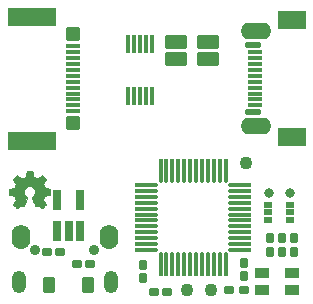
<source format=gbs>
%TF.GenerationSoftware,KiCad,Pcbnew,(6.0.10)*%
%TF.CreationDate,2023-02-04T16:55:40+01:00*%
%TF.ProjectId,twonkie,74776f6e-6b69-4652-9e6b-696361645f70,rev?*%
%TF.SameCoordinates,PX448d510PY20b3950*%
%TF.FileFunction,Soldermask,Bot*%
%TF.FilePolarity,Negative*%
%FSLAX46Y46*%
G04 Gerber Fmt 4.6, Leading zero omitted, Abs format (unit mm)*
G04 Created by KiCad (PCBNEW (6.0.10)) date 2023-02-04 16:55:40*
%MOMM*%
%LPD*%
G01*
G04 APERTURE LIST*
G04 Aperture macros list*
%AMRoundRect*
0 Rectangle with rounded corners*
0 $1 Rounding radius*
0 $2 $3 $4 $5 $6 $7 $8 $9 X,Y pos of 4 corners*
0 Add a 4 corners polygon primitive as box body*
4,1,4,$2,$3,$4,$5,$6,$7,$8,$9,$2,$3,0*
0 Add four circle primitives for the rounded corners*
1,1,$1+$1,$2,$3*
1,1,$1+$1,$4,$5*
1,1,$1+$1,$6,$7*
1,1,$1+$1,$8,$9*
0 Add four rect primitives between the rounded corners*
20,1,$1+$1,$2,$3,$4,$5,0*
20,1,$1+$1,$4,$5,$6,$7,0*
20,1,$1+$1,$6,$7,$8,$9,0*
20,1,$1+$1,$8,$9,$2,$3,0*%
G04 Aperture macros list end*
%ADD10C,0.002540*%
%ADD11O,0.901600X0.901600*%
%ADD12O,1.551600X2.101600*%
%ADD13O,1.251600X1.901600*%
%ADD14RoundRect,0.050800X0.625000X-0.205000X0.625000X0.205000X-0.625000X0.205000X-0.625000X-0.205000X0*%
%ADD15RoundRect,0.050800X0.500000X-0.130000X0.500000X0.130000X-0.500000X0.130000X-0.500000X-0.130000X0*%
%ADD16O,2.601600X1.401600*%
%ADD17RoundRect,0.050800X1.100000X-0.750000X1.100000X0.750000X-1.100000X0.750000X-1.100000X-0.750000X0*%
%ADD18RoundRect,0.050800X-0.500000X0.150000X-0.500000X-0.150000X0.500000X-0.150000X0.500000X0.150000X0*%
%ADD19RoundRect,0.050800X-0.500000X0.500000X-0.500000X-0.500000X0.500000X-0.500000X0.500000X0.500000X0*%
%ADD20RoundRect,0.050800X-2.000000X0.750000X-2.000000X-0.750000X2.000000X-0.750000X2.000000X0.750000X0*%
%ADD21C,0.801600*%
%ADD22RoundRect,0.113300X-0.062500X0.375000X-0.062500X-0.375000X0.062500X-0.375000X0.062500X0.375000X0*%
%ADD23RoundRect,0.125800X-0.075000X0.662500X-0.075000X-0.662500X0.075000X-0.662500X0.075000X0.662500X0*%
%ADD24RoundRect,0.125800X-0.662500X0.075000X-0.662500X-0.075000X0.662500X-0.075000X0.662500X0.075000X0*%
%ADD25RoundRect,0.113300X-0.375000X0.062500X-0.375000X-0.062500X0.375000X-0.062500X0.375000X0.062500X0*%
%ADD26RoundRect,0.210800X0.197500X0.160000X-0.197500X0.160000X-0.197500X-0.160000X0.197500X-0.160000X0*%
%ADD27RoundRect,0.050800X0.325000X-0.780000X0.325000X0.780000X-0.325000X0.780000X-0.325000X-0.780000X0*%
%ADD28C,1.101600*%
%ADD29RoundRect,0.205800X-0.155000X0.212500X-0.155000X-0.212500X0.155000X-0.212500X0.155000X0.212500X0*%
%ADD30RoundRect,0.205800X0.212500X0.155000X-0.212500X0.155000X-0.212500X-0.155000X0.212500X-0.155000X0*%
%ADD31RoundRect,0.050800X0.500000X0.400000X-0.500000X0.400000X-0.500000X-0.400000X0.500000X-0.400000X0*%
%ADD32RoundRect,0.050800X-0.450000X-0.600000X0.450000X-0.600000X0.450000X0.600000X-0.450000X0.600000X0*%
%ADD33RoundRect,0.125800X0.075000X-0.650000X0.075000X0.650000X-0.075000X0.650000X-0.075000X-0.650000X0*%
%ADD34RoundRect,0.210800X0.160000X-0.197500X0.160000X0.197500X-0.160000X0.197500X-0.160000X-0.197500X0*%
%ADD35RoundRect,0.210800X0.222500X0.160000X-0.222500X0.160000X-0.222500X-0.160000X0.222500X-0.160000X0*%
%ADD36RoundRect,0.205800X-0.212500X-0.155000X0.212500X-0.155000X0.212500X0.155000X-0.212500X0.155000X0*%
%ADD37RoundRect,0.050800X-0.325000X-0.200000X0.325000X-0.200000X0.325000X0.200000X-0.325000X0.200000X0*%
%ADD38RoundRect,0.050800X-0.875000X0.550000X-0.875000X-0.550000X0.875000X-0.550000X0.875000X0.550000X0*%
G04 APERTURE END LIST*
%TO.C,OSHW_LOGO*%
G36*
X2136140Y-14178280D02*
G01*
X2202180Y-14180820D01*
X2247900Y-14183360D01*
X2268220Y-14188440D01*
X2275840Y-14213840D01*
X2288540Y-14267180D01*
X2301240Y-14340840D01*
X2319020Y-14424660D01*
X2321560Y-14439900D01*
X2336800Y-14523720D01*
X2362200Y-14638020D01*
X2367280Y-14658340D01*
X2374900Y-14660880D01*
X2407920Y-14676120D01*
X2463800Y-14698980D01*
X2532380Y-14726920D01*
X2692400Y-14792960D01*
X2890520Y-14658340D01*
X2908300Y-14645640D01*
X2979420Y-14597380D01*
X3035300Y-14559280D01*
X3075940Y-14533880D01*
X3093720Y-14523720D01*
X3154680Y-14577060D01*
X3205480Y-14630400D01*
X3268980Y-14691360D01*
X3314700Y-14737080D01*
X3368040Y-14792960D01*
X3403600Y-14828520D01*
X3421380Y-14853920D01*
X3429000Y-14866620D01*
X3426460Y-14876780D01*
X3413760Y-14897100D01*
X3385820Y-14940280D01*
X3345180Y-14998700D01*
X3296920Y-15069820D01*
X3256280Y-15128240D01*
X3215640Y-15194280D01*
X3187700Y-15240000D01*
X3177540Y-15262860D01*
X3180080Y-15273020D01*
X3192780Y-15311120D01*
X3215640Y-15369540D01*
X3246120Y-15438120D01*
X3314700Y-15593060D01*
X3416300Y-15613380D01*
X3477260Y-15626080D01*
X3563620Y-15641320D01*
X3647440Y-15659100D01*
X3776980Y-15681960D01*
X3782060Y-16154400D01*
X3761740Y-16164560D01*
X3741420Y-16169640D01*
X3693160Y-16179800D01*
X3624580Y-16192500D01*
X3545840Y-16207740D01*
X3477260Y-16220440D01*
X3408680Y-16235680D01*
X3357880Y-16243300D01*
X3335020Y-16248380D01*
X3329940Y-16256000D01*
X3312160Y-16289020D01*
X3289300Y-16342360D01*
X3261360Y-16405860D01*
X3233420Y-16474440D01*
X3208020Y-16535400D01*
X3192780Y-16581120D01*
X3185160Y-16606520D01*
X3195320Y-16624300D01*
X3220720Y-16664940D01*
X3258820Y-16723360D01*
X3307080Y-16791940D01*
X3352800Y-16860520D01*
X3393440Y-16918940D01*
X3421380Y-16959580D01*
X3431540Y-16979900D01*
X3426460Y-16992600D01*
X3398520Y-17025620D01*
X3347720Y-17078960D01*
X3268980Y-17155160D01*
X3256280Y-17167860D01*
X3195320Y-17226280D01*
X3144520Y-17274540D01*
X3108960Y-17307560D01*
X3091180Y-17320260D01*
X3073400Y-17310100D01*
X3032760Y-17284700D01*
X2974340Y-17246600D01*
X2905760Y-17198340D01*
X2834640Y-17152620D01*
X2778760Y-17114520D01*
X2738120Y-17089120D01*
X2722880Y-17078960D01*
X2712720Y-17081500D01*
X2679700Y-17099280D01*
X2631440Y-17122140D01*
X2606040Y-17137380D01*
X2560320Y-17157700D01*
X2540000Y-17160240D01*
X2534920Y-17155160D01*
X2519680Y-17119600D01*
X2494280Y-17063720D01*
X2461260Y-16987520D01*
X2423160Y-16898620D01*
X2341880Y-16705580D01*
X2303780Y-16611600D01*
X2268220Y-16527780D01*
X2242820Y-16459200D01*
X2222500Y-16413480D01*
X2217420Y-16393160D01*
X2219960Y-16388080D01*
X2240280Y-16367760D01*
X2278380Y-16337280D01*
X2362200Y-16271240D01*
X2443480Y-16169640D01*
X2494280Y-16052800D01*
X2509520Y-15923260D01*
X2496820Y-15803880D01*
X2448560Y-15692120D01*
X2369820Y-15587980D01*
X2273300Y-15511780D01*
X2159000Y-15463520D01*
X2032000Y-15448280D01*
X1910080Y-15460980D01*
X1793240Y-15506700D01*
X1691640Y-15585440D01*
X1645920Y-15636240D01*
X1587500Y-15740380D01*
X1551940Y-15852140D01*
X1549400Y-15880080D01*
X1554480Y-16002000D01*
X1590040Y-16121380D01*
X1656080Y-16225520D01*
X1744980Y-16311880D01*
X1757680Y-16319500D01*
X1798320Y-16352520D01*
X1826260Y-16372840D01*
X1849120Y-16390620D01*
X1691640Y-16766540D01*
X1666240Y-16827500D01*
X1623060Y-16931640D01*
X1584960Y-17020540D01*
X1557020Y-17089120D01*
X1534160Y-17137380D01*
X1526540Y-17155160D01*
X1524000Y-17157700D01*
X1511300Y-17160240D01*
X1483360Y-17150080D01*
X1430020Y-17124680D01*
X1353820Y-17086580D01*
X1336040Y-17078960D01*
X1320800Y-17086580D01*
X1282700Y-17111980D01*
X1226820Y-17150080D01*
X1160780Y-17195800D01*
X1094740Y-17238980D01*
X1036320Y-17277080D01*
X993140Y-17305020D01*
X972820Y-17317720D01*
X970280Y-17317720D01*
X949960Y-17307560D01*
X916940Y-17277080D01*
X866140Y-17228820D01*
X792480Y-17157700D01*
X721360Y-17086580D01*
X673100Y-17035780D01*
X642620Y-17000220D01*
X629920Y-16982440D01*
X640080Y-16962120D01*
X668020Y-16918940D01*
X706120Y-16860520D01*
X754380Y-16789400D01*
X878840Y-16609060D01*
X810260Y-16436340D01*
X789940Y-16385540D01*
X762000Y-16322040D01*
X744220Y-16276320D01*
X734060Y-16256000D01*
X713740Y-16248380D01*
X668020Y-16238220D01*
X599440Y-16225520D01*
X518160Y-16210280D01*
X441960Y-16195040D01*
X370840Y-16182340D01*
X322580Y-16172180D01*
X299720Y-16167100D01*
X294640Y-16164560D01*
X289560Y-16154400D01*
X287020Y-16129000D01*
X284480Y-16088360D01*
X284480Y-15821660D01*
X287020Y-15748000D01*
X289560Y-15702280D01*
X292100Y-15681960D01*
X312420Y-15676880D01*
X363220Y-15666720D01*
X431800Y-15654020D01*
X515620Y-15638780D01*
X520700Y-15636240D01*
X604520Y-15621000D01*
X673100Y-15605760D01*
X721360Y-15595600D01*
X741680Y-15587980D01*
X746760Y-15582900D01*
X762000Y-15549880D01*
X787400Y-15499080D01*
X812800Y-15435580D01*
X840740Y-15372080D01*
X863600Y-15313660D01*
X878840Y-15270480D01*
X883920Y-15250160D01*
X871220Y-15229840D01*
X843280Y-15186660D01*
X802640Y-15128240D01*
X754380Y-15057120D01*
X751840Y-15052040D01*
X703580Y-14980920D01*
X665480Y-14922500D01*
X640080Y-14879320D01*
X629920Y-14861540D01*
X629920Y-14859000D01*
X645160Y-14838680D01*
X680720Y-14798040D01*
X731520Y-14744700D01*
X795020Y-14683740D01*
X881380Y-14597380D01*
X929640Y-14554200D01*
X957580Y-14531340D01*
X972820Y-14526260D01*
X993140Y-14538960D01*
X1038860Y-14569440D01*
X1097280Y-14610080D01*
X1168400Y-14658340D01*
X1173480Y-14660880D01*
X1244600Y-14709140D01*
X1303020Y-14747240D01*
X1343660Y-14775180D01*
X1361440Y-14785340D01*
X1363980Y-14785340D01*
X1391920Y-14777720D01*
X1442720Y-14759940D01*
X1503680Y-14737080D01*
X1569720Y-14711680D01*
X1628140Y-14686280D01*
X1671320Y-14665960D01*
X1691640Y-14653260D01*
X1694180Y-14653260D01*
X1699260Y-14627860D01*
X1711960Y-14574520D01*
X1727200Y-14503400D01*
X1742440Y-14417040D01*
X1744980Y-14404340D01*
X1762760Y-14320520D01*
X1775460Y-14251940D01*
X1785620Y-14203680D01*
X1790700Y-14183360D01*
X1800860Y-14180820D01*
X1841500Y-14178280D01*
X1905000Y-14178280D01*
X1981200Y-14175740D01*
X2057400Y-14175740D01*
X2136140Y-14178280D01*
G37*
D10*
X2136140Y-14178280D02*
X2202180Y-14180820D01*
X2247900Y-14183360D01*
X2268220Y-14188440D01*
X2275840Y-14213840D01*
X2288540Y-14267180D01*
X2301240Y-14340840D01*
X2319020Y-14424660D01*
X2321560Y-14439900D01*
X2336800Y-14523720D01*
X2362200Y-14638020D01*
X2367280Y-14658340D01*
X2374900Y-14660880D01*
X2407920Y-14676120D01*
X2463800Y-14698980D01*
X2532380Y-14726920D01*
X2692400Y-14792960D01*
X2890520Y-14658340D01*
X2908300Y-14645640D01*
X2979420Y-14597380D01*
X3035300Y-14559280D01*
X3075940Y-14533880D01*
X3093720Y-14523720D01*
X3154680Y-14577060D01*
X3205480Y-14630400D01*
X3268980Y-14691360D01*
X3314700Y-14737080D01*
X3368040Y-14792960D01*
X3403600Y-14828520D01*
X3421380Y-14853920D01*
X3429000Y-14866620D01*
X3426460Y-14876780D01*
X3413760Y-14897100D01*
X3385820Y-14940280D01*
X3345180Y-14998700D01*
X3296920Y-15069820D01*
X3256280Y-15128240D01*
X3215640Y-15194280D01*
X3187700Y-15240000D01*
X3177540Y-15262860D01*
X3180080Y-15273020D01*
X3192780Y-15311120D01*
X3215640Y-15369540D01*
X3246120Y-15438120D01*
X3314700Y-15593060D01*
X3416300Y-15613380D01*
X3477260Y-15626080D01*
X3563620Y-15641320D01*
X3647440Y-15659100D01*
X3776980Y-15681960D01*
X3782060Y-16154400D01*
X3761740Y-16164560D01*
X3741420Y-16169640D01*
X3693160Y-16179800D01*
X3624580Y-16192500D01*
X3545840Y-16207740D01*
X3477260Y-16220440D01*
X3408680Y-16235680D01*
X3357880Y-16243300D01*
X3335020Y-16248380D01*
X3329940Y-16256000D01*
X3312160Y-16289020D01*
X3289300Y-16342360D01*
X3261360Y-16405860D01*
X3233420Y-16474440D01*
X3208020Y-16535400D01*
X3192780Y-16581120D01*
X3185160Y-16606520D01*
X3195320Y-16624300D01*
X3220720Y-16664940D01*
X3258820Y-16723360D01*
X3307080Y-16791940D01*
X3352800Y-16860520D01*
X3393440Y-16918940D01*
X3421380Y-16959580D01*
X3431540Y-16979900D01*
X3426460Y-16992600D01*
X3398520Y-17025620D01*
X3347720Y-17078960D01*
X3268980Y-17155160D01*
X3256280Y-17167860D01*
X3195320Y-17226280D01*
X3144520Y-17274540D01*
X3108960Y-17307560D01*
X3091180Y-17320260D01*
X3073400Y-17310100D01*
X3032760Y-17284700D01*
X2974340Y-17246600D01*
X2905760Y-17198340D01*
X2834640Y-17152620D01*
X2778760Y-17114520D01*
X2738120Y-17089120D01*
X2722880Y-17078960D01*
X2712720Y-17081500D01*
X2679700Y-17099280D01*
X2631440Y-17122140D01*
X2606040Y-17137380D01*
X2560320Y-17157700D01*
X2540000Y-17160240D01*
X2534920Y-17155160D01*
X2519680Y-17119600D01*
X2494280Y-17063720D01*
X2461260Y-16987520D01*
X2423160Y-16898620D01*
X2341880Y-16705580D01*
X2303780Y-16611600D01*
X2268220Y-16527780D01*
X2242820Y-16459200D01*
X2222500Y-16413480D01*
X2217420Y-16393160D01*
X2219960Y-16388080D01*
X2240280Y-16367760D01*
X2278380Y-16337280D01*
X2362200Y-16271240D01*
X2443480Y-16169640D01*
X2494280Y-16052800D01*
X2509520Y-15923260D01*
X2496820Y-15803880D01*
X2448560Y-15692120D01*
X2369820Y-15587980D01*
X2273300Y-15511780D01*
X2159000Y-15463520D01*
X2032000Y-15448280D01*
X1910080Y-15460980D01*
X1793240Y-15506700D01*
X1691640Y-15585440D01*
X1645920Y-15636240D01*
X1587500Y-15740380D01*
X1551940Y-15852140D01*
X1549400Y-15880080D01*
X1554480Y-16002000D01*
X1590040Y-16121380D01*
X1656080Y-16225520D01*
X1744980Y-16311880D01*
X1757680Y-16319500D01*
X1798320Y-16352520D01*
X1826260Y-16372840D01*
X1849120Y-16390620D01*
X1691640Y-16766540D01*
X1666240Y-16827500D01*
X1623060Y-16931640D01*
X1584960Y-17020540D01*
X1557020Y-17089120D01*
X1534160Y-17137380D01*
X1526540Y-17155160D01*
X1524000Y-17157700D01*
X1511300Y-17160240D01*
X1483360Y-17150080D01*
X1430020Y-17124680D01*
X1353820Y-17086580D01*
X1336040Y-17078960D01*
X1320800Y-17086580D01*
X1282700Y-17111980D01*
X1226820Y-17150080D01*
X1160780Y-17195800D01*
X1094740Y-17238980D01*
X1036320Y-17277080D01*
X993140Y-17305020D01*
X972820Y-17317720D01*
X970280Y-17317720D01*
X949960Y-17307560D01*
X916940Y-17277080D01*
X866140Y-17228820D01*
X792480Y-17157700D01*
X721360Y-17086580D01*
X673100Y-17035780D01*
X642620Y-17000220D01*
X629920Y-16982440D01*
X640080Y-16962120D01*
X668020Y-16918940D01*
X706120Y-16860520D01*
X754380Y-16789400D01*
X878840Y-16609060D01*
X810260Y-16436340D01*
X789940Y-16385540D01*
X762000Y-16322040D01*
X744220Y-16276320D01*
X734060Y-16256000D01*
X713740Y-16248380D01*
X668020Y-16238220D01*
X599440Y-16225520D01*
X518160Y-16210280D01*
X441960Y-16195040D01*
X370840Y-16182340D01*
X322580Y-16172180D01*
X299720Y-16167100D01*
X294640Y-16164560D01*
X289560Y-16154400D01*
X287020Y-16129000D01*
X284480Y-16088360D01*
X284480Y-15821660D01*
X287020Y-15748000D01*
X289560Y-15702280D01*
X292100Y-15681960D01*
X312420Y-15676880D01*
X363220Y-15666720D01*
X431800Y-15654020D01*
X515620Y-15638780D01*
X520700Y-15636240D01*
X604520Y-15621000D01*
X673100Y-15605760D01*
X721360Y-15595600D01*
X741680Y-15587980D01*
X746760Y-15582900D01*
X762000Y-15549880D01*
X787400Y-15499080D01*
X812800Y-15435580D01*
X840740Y-15372080D01*
X863600Y-15313660D01*
X878840Y-15270480D01*
X883920Y-15250160D01*
X871220Y-15229840D01*
X843280Y-15186660D01*
X802640Y-15128240D01*
X754380Y-15057120D01*
X751840Y-15052040D01*
X703580Y-14980920D01*
X665480Y-14922500D01*
X640080Y-14879320D01*
X629920Y-14861540D01*
X629920Y-14859000D01*
X645160Y-14838680D01*
X680720Y-14798040D01*
X731520Y-14744700D01*
X795020Y-14683740D01*
X881380Y-14597380D01*
X929640Y-14554200D01*
X957580Y-14531340D01*
X972820Y-14526260D01*
X993140Y-14538960D01*
X1038860Y-14569440D01*
X1097280Y-14610080D01*
X1168400Y-14658340D01*
X1173480Y-14660880D01*
X1244600Y-14709140D01*
X1303020Y-14747240D01*
X1343660Y-14775180D01*
X1361440Y-14785340D01*
X1363980Y-14785340D01*
X1391920Y-14777720D01*
X1442720Y-14759940D01*
X1503680Y-14737080D01*
X1569720Y-14711680D01*
X1628140Y-14686280D01*
X1671320Y-14665960D01*
X1691640Y-14653260D01*
X1694180Y-14653260D01*
X1699260Y-14627860D01*
X1711960Y-14574520D01*
X1727200Y-14503400D01*
X1742440Y-14417040D01*
X1744980Y-14404340D01*
X1762760Y-14320520D01*
X1775460Y-14251940D01*
X1785620Y-14203680D01*
X1790700Y-14183360D01*
X1800860Y-14180820D01*
X1841500Y-14178280D01*
X1905000Y-14178280D01*
X1981200Y-14175740D01*
X2057400Y-14175740D01*
X2136140Y-14178280D01*
%TD*%
D11*
%TO.C,J3*%
X2529200Y-20840800D03*
X7529200Y-20840800D03*
D12*
X1304200Y-19790800D03*
D13*
X1154200Y-23590800D03*
X8904200Y-23590800D03*
D12*
X8754200Y-19790800D03*
%TD*%
D14*
%TO.C,J1*%
X20965000Y-9175000D03*
D15*
X21090000Y-8600000D03*
X21090000Y-8100000D03*
X21090000Y-7600000D03*
X21090000Y-7100000D03*
X21090000Y-6600000D03*
X21090000Y-6100000D03*
X21090000Y-5600000D03*
X21090000Y-5100000D03*
X21090000Y-4600000D03*
X21090000Y-4100000D03*
D14*
X20965000Y-3525000D03*
D16*
X21190000Y-10360000D03*
X21190000Y-2340000D03*
D17*
X24290000Y-11300000D03*
X24290000Y-1400000D03*
%TD*%
D18*
%TO.C,J2*%
X5675000Y-9100000D03*
X5675000Y-8600000D03*
X5675000Y-8100000D03*
X5675000Y-7600000D03*
X5675000Y-7100000D03*
X5675000Y-6600000D03*
X5675000Y-6100000D03*
X5675000Y-5600000D03*
X5675000Y-5100000D03*
X5675000Y-4600000D03*
X5675000Y-4100000D03*
X5675000Y-3600000D03*
D19*
X5675000Y-10100000D03*
X5675000Y-2600000D03*
D20*
X2215000Y-1100000D03*
X2215000Y-11600000D03*
%TD*%
D21*
%TO.C,SW1*%
X22277500Y-16002000D03*
X24077500Y-16002000D03*
%TD*%
D22*
%TO.C,U4*%
X13125000Y-14660000D03*
D23*
X13125000Y-13935000D03*
D22*
X13625000Y-14660000D03*
D23*
X13625000Y-13935000D03*
X14125000Y-13935000D03*
D22*
X14125000Y-14660000D03*
D23*
X14625000Y-13935000D03*
D22*
X14625000Y-14660000D03*
X15125000Y-14660000D03*
D23*
X15125000Y-13935000D03*
D22*
X15625000Y-14660000D03*
D23*
X15625000Y-13935000D03*
D22*
X16125000Y-14660000D03*
D23*
X16125000Y-13935000D03*
D22*
X16625000Y-14660000D03*
D23*
X16625000Y-13935000D03*
D22*
X17125000Y-14660000D03*
D23*
X17125000Y-13935000D03*
X17625000Y-13935000D03*
D22*
X17625000Y-14660000D03*
X18125000Y-14660000D03*
D23*
X18125000Y-13935000D03*
D22*
X18625000Y-14660000D03*
D23*
X18625000Y-13935000D03*
D24*
X20037500Y-15347500D03*
D25*
X19312500Y-15347500D03*
D24*
X20037500Y-15847500D03*
D25*
X19312500Y-15847500D03*
D24*
X20037500Y-16347500D03*
D25*
X19312500Y-16347500D03*
X19312500Y-16847500D03*
D24*
X20037500Y-16847500D03*
X20037500Y-17347500D03*
D25*
X19312500Y-17347500D03*
X19312500Y-17847500D03*
D24*
X20037500Y-17847500D03*
D25*
X19312500Y-18347500D03*
D24*
X20037500Y-18347500D03*
D25*
X19312500Y-18847500D03*
D24*
X20037500Y-18847500D03*
X20037500Y-19347500D03*
D25*
X19312500Y-19347500D03*
X19312500Y-19847500D03*
D24*
X20037500Y-19847500D03*
D25*
X19312500Y-20347500D03*
D24*
X20037500Y-20347500D03*
D25*
X19312500Y-20847500D03*
D24*
X20037500Y-20847500D03*
D23*
X18625000Y-22260000D03*
D22*
X18625000Y-21535000D03*
D23*
X18125000Y-22260000D03*
D22*
X18125000Y-21535000D03*
X17625000Y-21535000D03*
D23*
X17625000Y-22260000D03*
X17125000Y-22260000D03*
D22*
X17125000Y-21535000D03*
D23*
X16625000Y-22260000D03*
D22*
X16625000Y-21535000D03*
D23*
X16125000Y-22260000D03*
D22*
X16125000Y-21535000D03*
X15625000Y-21535000D03*
D23*
X15625000Y-22260000D03*
D22*
X15125000Y-21535000D03*
D23*
X15125000Y-22260000D03*
D22*
X14625000Y-21535000D03*
D23*
X14625000Y-22260000D03*
X14125000Y-22260000D03*
D22*
X14125000Y-21535000D03*
D23*
X13625000Y-22260000D03*
D22*
X13625000Y-21535000D03*
D23*
X13125000Y-22260000D03*
D22*
X13125000Y-21535000D03*
D25*
X12437500Y-20847500D03*
D24*
X11712500Y-20847500D03*
D25*
X12437500Y-20347500D03*
D24*
X11712500Y-20347500D03*
D25*
X12437500Y-19847500D03*
D24*
X11712500Y-19847500D03*
X11712500Y-19347500D03*
D25*
X12437500Y-19347500D03*
D24*
X11712500Y-18847500D03*
D25*
X12437500Y-18847500D03*
X12437500Y-18347500D03*
D24*
X11712500Y-18347500D03*
D25*
X12437500Y-17847500D03*
D24*
X11712500Y-17847500D03*
D25*
X12437500Y-17347500D03*
D24*
X11712500Y-17347500D03*
X11712500Y-16847500D03*
D25*
X12437500Y-16847500D03*
X12437500Y-16347500D03*
D24*
X11712500Y-16347500D03*
D25*
X12437500Y-15847500D03*
D24*
X11712500Y-15847500D03*
X11712500Y-15347500D03*
D25*
X12437500Y-15347500D03*
%TD*%
D26*
%TO.C,R4*%
X20155500Y-24257000D03*
X18960500Y-24257000D03*
%TD*%
D27*
%TO.C,U3*%
X6284000Y-19282400D03*
X5334000Y-19282400D03*
X4384000Y-19282400D03*
X4384000Y-16582400D03*
X6284000Y-16582400D03*
%TD*%
D28*
%TO.C,TP2*%
X17399000Y-24257000D03*
%TD*%
%TO.C,TP3*%
X15367000Y-24257000D03*
%TD*%
%TO.C,TP1*%
X20320000Y-13462000D03*
%TD*%
D29*
%TO.C,C3*%
X20193000Y-21911500D03*
X20193000Y-23046500D03*
%TD*%
D30*
%TO.C,C7*%
X13712000Y-24384000D03*
X12577000Y-24384000D03*
%TD*%
D31*
%TO.C,DS1*%
X24237000Y-22795000D03*
X24237000Y-24195000D03*
X21737000Y-24195000D03*
X21737000Y-22795000D03*
%TD*%
D32*
%TO.C,D1*%
X3684000Y-23825200D03*
X6984000Y-23825200D03*
%TD*%
D33*
%TO.C,U1*%
X12368000Y-7788000D03*
X11868000Y-7788000D03*
X11368000Y-7788000D03*
X10868000Y-7788000D03*
X10368000Y-7788000D03*
X10368000Y-3388000D03*
X10868000Y-3388000D03*
X11368000Y-3388000D03*
X11868000Y-3388000D03*
X12368000Y-3388000D03*
%TD*%
D34*
%TO.C,R3*%
X22352000Y-21044500D03*
X22352000Y-19849500D03*
%TD*%
%TO.C,R5*%
X24384000Y-21044500D03*
X24384000Y-19849500D03*
%TD*%
D35*
%TO.C,FB1*%
X4636500Y-21031200D03*
X3491500Y-21031200D03*
%TD*%
D36*
%TO.C,C1*%
X6036500Y-22047200D03*
X7171500Y-22047200D03*
%TD*%
D37*
%TO.C,Q4*%
X22225000Y-18303000D03*
X22225000Y-17653000D03*
X22225000Y-17003000D03*
X24125000Y-17003000D03*
X24125000Y-17653000D03*
X24125000Y-18303000D03*
%TD*%
D34*
%TO.C,R2*%
X23368000Y-21044500D03*
X23368000Y-19849500D03*
%TD*%
D29*
%TO.C,C8*%
X11620500Y-22102000D03*
X11620500Y-23237000D03*
%TD*%
D38*
%TO.C,R28*%
X14398400Y-4662400D03*
X14398400Y-3262400D03*
X17148400Y-3262400D03*
X17148400Y-4662400D03*
%TD*%
M02*

</source>
